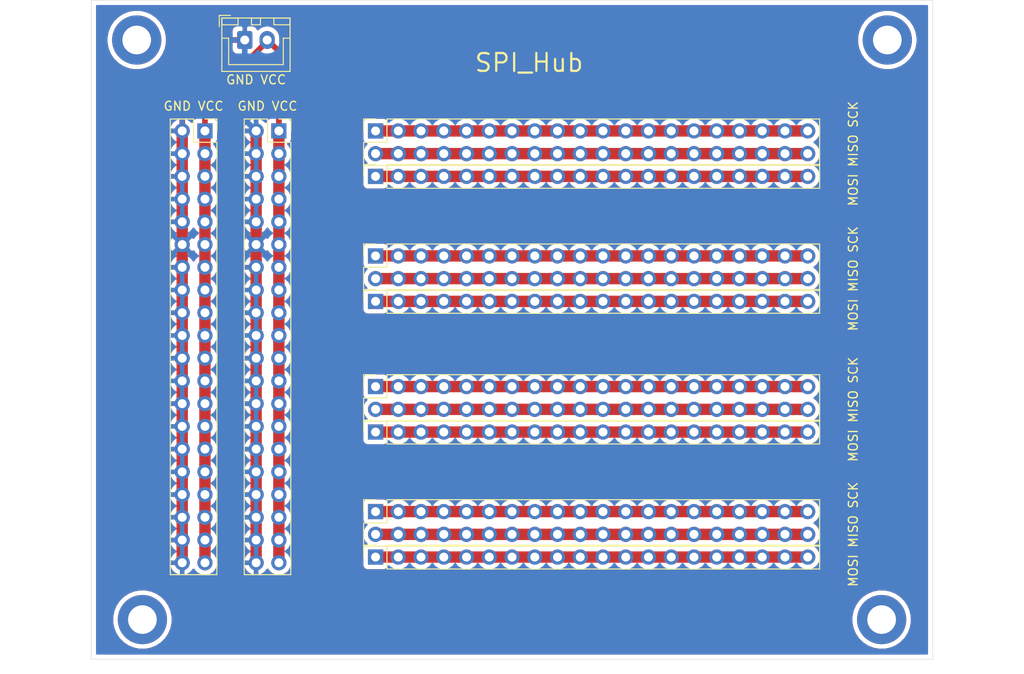
<source format=kicad_pcb>
(kicad_pcb (version 20171130) (host pcbnew "(5.1.2)-2")
  (layers (0 F.Cu signal) (31 B.Cu signal) (34 B.Paste user) (35 F.Paste user) (36 B.SilkS user) (37 F.SilkS user) (38 B.Mask user) (39 F.Mask user) (44 Edge.Cuts user))
  (net 0 "")
  (net 1 /GND)
  (net 2 /VCC)
  (module Connector_PinSocket_2.54mm:PinSocket_1x20_P2.54mm_Vertical (layer F.Cu) (at 137.16 93.98 90)
    (fp_text reference REF** hide)
    (fp_text value PinSocket_1x20_P2.54mm_Vertical)
    (fp_line (start -1.33 1.27) (end 1.33 1.27) (layer F.SilkS) (width 0.12))
    (fp_line (start -1.33 1.27) (end -1.33 49.59) (layer F.SilkS) (width 0.12))
    (fp_line (start -1.33 49.59) (end 1.33 49.59) (layer F.SilkS) (width 0.12))
    (fp_line (start 1.33 1.27) (end 1.33 49.59) (layer F.SilkS) (width 0.12))
    (fp_line (start 1.33 -1.33) (end 1.33 0) (layer F.SilkS) (width 0.12))
    (fp_line (start 0 -1.33) (end 1.33 -1.33) (layer F.SilkS) (width 0.12))
    (pad 1 thru_hole rect (at 0 0 90) (size 1.7 1.7) (drill 1) (layers *.Cu *.Mask))
    (pad 2 thru_hole oval (at 0 2.54 90) (size 1.7 1.7) (drill 1) (layers *.Cu *.Mask))
    (pad 3 thru_hole oval (at 0 5.08 90) (size 1.7 1.7) (drill 1) (layers *.Cu *.Mask))
    (pad 4 thru_hole oval (at 0 7.62 90) (size 1.7 1.7) (drill 1) (layers *.Cu *.Mask))
    (pad 5 thru_hole oval (at 0 10.16 90) (size 1.7 1.7) (drill 1) (layers *.Cu *.Mask))
    (pad 6 thru_hole oval (at 0 12.7 90) (size 1.7 1.7) (drill 1) (layers *.Cu *.Mask))
    (pad 7 thru_hole oval (at 0 15.24 90) (size 1.7 1.7) (drill 1) (layers *.Cu *.Mask))
    (pad 8 thru_hole oval (at 0 17.78 90) (size 1.7 1.7) (drill 1) (layers *.Cu *.Mask))
    (pad 9 thru_hole oval (at 0 20.32 90) (size 1.7 1.7) (drill 1) (layers *.Cu *.Mask))
    (pad 10 thru_hole oval (at 0 22.86 90) (size 1.7 1.7) (drill 1) (layers *.Cu *.Mask))
    (pad 11 thru_hole oval (at 0 25.4 90) (size 1.7 1.7) (drill 1) (layers *.Cu *.Mask))
    (pad 12 thru_hole oval (at 0 27.94 90) (size 1.7 1.7) (drill 1) (layers *.Cu *.Mask))
    (pad 13 thru_hole oval (at 0 30.48 90) (size 1.7 1.7) (drill 1) (layers *.Cu *.Mask))
    (pad 14 thru_hole oval (at 0 33.02 90) (size 1.7 1.7) (drill 1) (layers *.Cu *.Mask))
    (pad 15 thru_hole oval (at 0 35.56 90) (size 1.7 1.7) (drill 1) (layers *.Cu *.Mask))
    (pad 16 thru_hole oval (at 0 38.1 90) (size 1.7 1.7) (drill 1) (layers *.Cu *.Mask))
    (pad 17 thru_hole oval (at 0 40.64 90) (size 1.7 1.7) (drill 1) (layers *.Cu *.Mask))
    (pad 18 thru_hole oval (at 0 43.18 90) (size 1.7 1.7) (drill 1) (layers *.Cu *.Mask))
    (pad 19 thru_hole oval (at 0 45.72 90) (size 1.7 1.7) (drill 1) (layers *.Cu *.Mask))
    (pad 20 thru_hole oval (at 0 48.26 90) (size 1.7 1.7) (drill 1) (layers *.Cu *.Mask))
  )
  (module Connector_PinSocket_2.54mm:PinSocket_2x20_P2.54mm_Vertical (layer F.Cu) (at 137.16 88.9 90)
    (fp_text reference "MOSI MISO SCK" (at -2.54 53.34 90) (layer F.SilkS))
    (fp_text value PinSocket_2x20_P2.54mm_Vertical)
    (fp_line (start 0 -1.33) (end 1.33 -1.33) (layer F.SilkS) (width 0.12))
    (fp_line (start 1.33 -1.33) (end 1.33 0) (layer F.SilkS) (width 0.12))
    (fp_line (start -1.27 -1.33) (end -1.27 1.27) (layer F.SilkS) (width 0.12))
    (fp_line (start -1.27 1.27) (end 1.33 1.27) (layer F.SilkS) (width 0.12))
    (fp_line (start 1.33 1.27) (end 1.33 49.59) (layer F.SilkS) (width 0.12))
    (fp_line (start -3.87 49.59) (end 1.33 49.59) (layer F.SilkS) (width 0.12))
    (fp_line (start -3.87 -1.33) (end -3.87 49.59) (layer F.SilkS) (width 0.12))
    (fp_line (start -3.87 -1.33) (end -1.27 -1.33) (layer F.SilkS) (width 0.12))
    (pad 40 thru_hole oval (at -2.54 48.26 90) (size 1.7 1.7) (drill 1) (layers *.Cu *.Mask))
    (pad 39 thru_hole oval (at 0 48.26 90) (size 1.7 1.7) (drill 1) (layers *.Cu *.Mask))
    (pad 38 thru_hole oval (at -2.54 45.72 90) (size 1.7 1.7) (drill 1) (layers *.Cu *.Mask))
    (pad 37 thru_hole oval (at 0 45.72 90) (size 1.7 1.7) (drill 1) (layers *.Cu *.Mask))
    (pad 36 thru_hole oval (at -2.54 43.18 90) (size 1.7 1.7) (drill 1) (layers *.Cu *.Mask))
    (pad 35 thru_hole oval (at 0 43.18 90) (size 1.7 1.7) (drill 1) (layers *.Cu *.Mask))
    (pad 34 thru_hole oval (at -2.54 40.64 90) (size 1.7 1.7) (drill 1) (layers *.Cu *.Mask))
    (pad 33 thru_hole oval (at 0 40.64 90) (size 1.7 1.7) (drill 1) (layers *.Cu *.Mask))
    (pad 32 thru_hole oval (at -2.54 38.1 90) (size 1.7 1.7) (drill 1) (layers *.Cu *.Mask))
    (pad 31 thru_hole oval (at 0 38.1 90) (size 1.7 1.7) (drill 1) (layers *.Cu *.Mask))
    (pad 30 thru_hole oval (at -2.54 35.56 90) (size 1.7 1.7) (drill 1) (layers *.Cu *.Mask))
    (pad 29 thru_hole oval (at 0 35.56 90) (size 1.7 1.7) (drill 1) (layers *.Cu *.Mask))
    (pad 28 thru_hole oval (at -2.54 33.02 90) (size 1.7 1.7) (drill 1) (layers *.Cu *.Mask))
    (pad 27 thru_hole oval (at 0 33.02 90) (size 1.7 1.7) (drill 1) (layers *.Cu *.Mask))
    (pad 26 thru_hole oval (at -2.54 30.48 90) (size 1.7 1.7) (drill 1) (layers *.Cu *.Mask))
    (pad 25 thru_hole oval (at 0 30.48 90) (size 1.7 1.7) (drill 1) (layers *.Cu *.Mask))
    (pad 24 thru_hole oval (at -2.54 27.94 90) (size 1.7 1.7) (drill 1) (layers *.Cu *.Mask))
    (pad 23 thru_hole oval (at 0 27.94 90) (size 1.7 1.7) (drill 1) (layers *.Cu *.Mask))
    (pad 22 thru_hole oval (at -2.54 25.4 90) (size 1.7 1.7) (drill 1) (layers *.Cu *.Mask))
    (pad 21 thru_hole oval (at 0 25.4 90) (size 1.7 1.7) (drill 1) (layers *.Cu *.Mask))
    (pad 20 thru_hole oval (at -2.54 22.86 90) (size 1.7 1.7) (drill 1) (layers *.Cu *.Mask))
    (pad 19 thru_hole oval (at 0 22.86 90) (size 1.7 1.7) (drill 1) (layers *.Cu *.Mask))
    (pad 18 thru_hole oval (at -2.54 20.32 90) (size 1.7 1.7) (drill 1) (layers *.Cu *.Mask))
    (pad 17 thru_hole oval (at 0 20.32 90) (size 1.7 1.7) (drill 1) (layers *.Cu *.Mask))
    (pad 16 thru_hole oval (at -2.54 17.78 90) (size 1.7 1.7) (drill 1) (layers *.Cu *.Mask))
    (pad 15 thru_hole oval (at 0 17.78 90) (size 1.7 1.7) (drill 1) (layers *.Cu *.Mask))
    (pad 14 thru_hole oval (at -2.54 15.24 90) (size 1.7 1.7) (drill 1) (layers *.Cu *.Mask))
    (pad 13 thru_hole oval (at 0 15.24 90) (size 1.7 1.7) (drill 1) (layers *.Cu *.Mask))
    (pad 12 thru_hole circle (at -2.54 12.7 90) (size 1.7 1.7) (drill 1) (layers *.Cu *.Mask))
    (pad 11 thru_hole oval (at 0 12.7 90) (size 1.7 1.7) (drill 1) (layers *.Cu *.Mask))
    (pad 10 thru_hole oval (at -2.54 10.16 90) (size 1.7 1.7) (drill 1) (layers *.Cu *.Mask))
    (pad 9 thru_hole oval (at 0 10.16 90) (size 1.7 1.7) (drill 1) (layers *.Cu *.Mask))
    (pad 8 thru_hole oval (at -2.54 7.62 90) (size 1.7 1.7) (drill 1) (layers *.Cu *.Mask))
    (pad 7 thru_hole oval (at 0 7.62 90) (size 1.7 1.7) (drill 1) (layers *.Cu *.Mask))
    (pad 6 thru_hole oval (at -2.54 5.08 90) (size 1.7 1.7) (drill 1) (layers *.Cu *.Mask))
    (pad 5 thru_hole oval (at 0 5.08 90) (size 1.7 1.7) (drill 1) (layers *.Cu *.Mask))
    (pad 4 thru_hole oval (at -2.54 2.54 90) (size 1.7 1.7) (drill 1) (layers *.Cu *.Mask))
    (pad 3 thru_hole oval (at 0 2.54 90) (size 1.7 1.7) (drill 1) (layers *.Cu *.Mask))
    (pad 2 thru_hole oval (at -2.54 0 90) (size 1.7 1.7) (drill 1) (layers *.Cu *.Mask))
    (pad 1 thru_hole rect (at 0 0 90) (size 1.7 1.7) (drill 1) (layers *.Cu *.Mask))
  )
  (module Connector_PinSocket_2.54mm:PinSocket_1x20_P2.54mm_Vertical (layer F.Cu) (at 137.16 107.95 90)
    (fp_text reference REF** hide)
    (fp_text value PinSocket_1x20_P2.54mm_Vertical)
    (fp_line (start -1.33 1.27) (end 1.33 1.27) (layer F.SilkS) (width 0.12))
    (fp_line (start -1.33 1.27) (end -1.33 49.59) (layer F.SilkS) (width 0.12))
    (fp_line (start -1.33 49.59) (end 1.33 49.59) (layer F.SilkS) (width 0.12))
    (fp_line (start 1.33 1.27) (end 1.33 49.59) (layer F.SilkS) (width 0.12))
    (fp_line (start 1.33 -1.33) (end 1.33 0) (layer F.SilkS) (width 0.12))
    (fp_line (start 0 -1.33) (end 1.33 -1.33) (layer F.SilkS) (width 0.12))
    (pad 1 thru_hole rect (at 0 0 90) (size 1.7 1.7) (drill 1) (layers *.Cu *.Mask))
    (pad 2 thru_hole oval (at 0 2.54 90) (size 1.7 1.7) (drill 1) (layers *.Cu *.Mask))
    (pad 3 thru_hole oval (at 0 5.08 90) (size 1.7 1.7) (drill 1) (layers *.Cu *.Mask))
    (pad 4 thru_hole oval (at 0 7.62 90) (size 1.7 1.7) (drill 1) (layers *.Cu *.Mask))
    (pad 5 thru_hole oval (at 0 10.16 90) (size 1.7 1.7) (drill 1) (layers *.Cu *.Mask))
    (pad 6 thru_hole oval (at 0 12.7 90) (size 1.7 1.7) (drill 1) (layers *.Cu *.Mask))
    (pad 7 thru_hole oval (at 0 15.24 90) (size 1.7 1.7) (drill 1) (layers *.Cu *.Mask))
    (pad 8 thru_hole oval (at 0 17.78 90) (size 1.7 1.7) (drill 1) (layers *.Cu *.Mask))
    (pad 9 thru_hole oval (at 0 20.32 90) (size 1.7 1.7) (drill 1) (layers *.Cu *.Mask))
    (pad 10 thru_hole oval (at 0 22.86 90) (size 1.7 1.7) (drill 1) (layers *.Cu *.Mask))
    (pad 11 thru_hole oval (at 0 25.4 90) (size 1.7 1.7) (drill 1) (layers *.Cu *.Mask))
    (pad 12 thru_hole oval (at 0 27.94 90) (size 1.7 1.7) (drill 1) (layers *.Cu *.Mask))
    (pad 13 thru_hole oval (at 0 30.48 90) (size 1.7 1.7) (drill 1) (layers *.Cu *.Mask))
    (pad 14 thru_hole oval (at 0 33.02 90) (size 1.7 1.7) (drill 1) (layers *.Cu *.Mask))
    (pad 15 thru_hole oval (at 0 35.56 90) (size 1.7 1.7) (drill 1) (layers *.Cu *.Mask))
    (pad 16 thru_hole oval (at 0 38.1 90) (size 1.7 1.7) (drill 1) (layers *.Cu *.Mask))
    (pad 17 thru_hole oval (at 0 40.64 90) (size 1.7 1.7) (drill 1) (layers *.Cu *.Mask))
    (pad 18 thru_hole oval (at 0 43.18 90) (size 1.7 1.7) (drill 1) (layers *.Cu *.Mask))
    (pad 19 thru_hole oval (at 0 45.72 90) (size 1.7 1.7) (drill 1) (layers *.Cu *.Mask))
    (pad 20 thru_hole oval (at 0 48.26 90) (size 1.7 1.7) (drill 1) (layers *.Cu *.Mask))
  )
  (module Connector_PinSocket_2.54mm:PinSocket_2x20_P2.54mm_Vertical (layer F.Cu) (at 137.16 102.87 90)
    (fp_text reference "MOSI MISO SCK" (at -2.54 53.34 90) (layer F.SilkS))
    (fp_text value PinSocket_2x20_P2.54mm_Vertical)
    (fp_line (start 0 -1.33) (end 1.33 -1.33) (layer F.SilkS) (width 0.12))
    (fp_line (start 1.33 -1.33) (end 1.33 0) (layer F.SilkS) (width 0.12))
    (fp_line (start -1.27 -1.33) (end -1.27 1.27) (layer F.SilkS) (width 0.12))
    (fp_line (start -1.27 1.27) (end 1.33 1.27) (layer F.SilkS) (width 0.12))
    (fp_line (start 1.33 1.27) (end 1.33 49.59) (layer F.SilkS) (width 0.12))
    (fp_line (start -3.87 49.59) (end 1.33 49.59) (layer F.SilkS) (width 0.12))
    (fp_line (start -3.87 -1.33) (end -3.87 49.59) (layer F.SilkS) (width 0.12))
    (fp_line (start -3.87 -1.33) (end -1.27 -1.33) (layer F.SilkS) (width 0.12))
    (pad 40 thru_hole oval (at -2.54 48.26 90) (size 1.7 1.7) (drill 1) (layers *.Cu *.Mask))
    (pad 39 thru_hole oval (at 0 48.26 90) (size 1.7 1.7) (drill 1) (layers *.Cu *.Mask))
    (pad 38 thru_hole oval (at -2.54 45.72 90) (size 1.7 1.7) (drill 1) (layers *.Cu *.Mask))
    (pad 37 thru_hole oval (at 0 45.72 90) (size 1.7 1.7) (drill 1) (layers *.Cu *.Mask))
    (pad 36 thru_hole oval (at -2.54 43.18 90) (size 1.7 1.7) (drill 1) (layers *.Cu *.Mask))
    (pad 35 thru_hole oval (at 0 43.18 90) (size 1.7 1.7) (drill 1) (layers *.Cu *.Mask))
    (pad 34 thru_hole oval (at -2.54 40.64 90) (size 1.7 1.7) (drill 1) (layers *.Cu *.Mask))
    (pad 33 thru_hole oval (at 0 40.64 90) (size 1.7 1.7) (drill 1) (layers *.Cu *.Mask))
    (pad 32 thru_hole oval (at -2.54 38.1 90) (size 1.7 1.7) (drill 1) (layers *.Cu *.Mask))
    (pad 31 thru_hole oval (at 0 38.1 90) (size 1.7 1.7) (drill 1) (layers *.Cu *.Mask))
    (pad 30 thru_hole oval (at -2.54 35.56 90) (size 1.7 1.7) (drill 1) (layers *.Cu *.Mask))
    (pad 29 thru_hole oval (at 0 35.56 90) (size 1.7 1.7) (drill 1) (layers *.Cu *.Mask))
    (pad 28 thru_hole oval (at -2.54 33.02 90) (size 1.7 1.7) (drill 1) (layers *.Cu *.Mask))
    (pad 27 thru_hole oval (at 0 33.02 90) (size 1.7 1.7) (drill 1) (layers *.Cu *.Mask))
    (pad 26 thru_hole oval (at -2.54 30.48 90) (size 1.7 1.7) (drill 1) (layers *.Cu *.Mask))
    (pad 25 thru_hole oval (at 0 30.48 90) (size 1.7 1.7) (drill 1) (layers *.Cu *.Mask))
    (pad 24 thru_hole oval (at -2.54 27.94 90) (size 1.7 1.7) (drill 1) (layers *.Cu *.Mask))
    (pad 23 thru_hole oval (at 0 27.94 90) (size 1.7 1.7) (drill 1) (layers *.Cu *.Mask))
    (pad 22 thru_hole oval (at -2.54 25.4 90) (size 1.7 1.7) (drill 1) (layers *.Cu *.Mask))
    (pad 21 thru_hole oval (at 0 25.4 90) (size 1.7 1.7) (drill 1) (layers *.Cu *.Mask))
    (pad 20 thru_hole oval (at -2.54 22.86 90) (size 1.7 1.7) (drill 1) (layers *.Cu *.Mask))
    (pad 19 thru_hole oval (at 0 22.86 90) (size 1.7 1.7) (drill 1) (layers *.Cu *.Mask))
    (pad 18 thru_hole oval (at -2.54 20.32 90) (size 1.7 1.7) (drill 1) (layers *.Cu *.Mask))
    (pad 17 thru_hole oval (at 0 20.32 90) (size 1.7 1.7) (drill 1) (layers *.Cu *.Mask))
    (pad 16 thru_hole oval (at -2.54 17.78 90) (size 1.7 1.7) (drill 1) (layers *.Cu *.Mask))
    (pad 15 thru_hole oval (at 0 17.78 90) (size 1.7 1.7) (drill 1) (layers *.Cu *.Mask))
    (pad 14 thru_hole oval (at -2.54 15.24 90) (size 1.7 1.7) (drill 1) (layers *.Cu *.Mask))
    (pad 13 thru_hole oval (at 0 15.24 90) (size 1.7 1.7) (drill 1) (layers *.Cu *.Mask))
    (pad 12 thru_hole circle (at -2.54 12.7 90) (size 1.7 1.7) (drill 1) (layers *.Cu *.Mask))
    (pad 11 thru_hole oval (at 0 12.7 90) (size 1.7 1.7) (drill 1) (layers *.Cu *.Mask))
    (pad 10 thru_hole oval (at -2.54 10.16 90) (size 1.7 1.7) (drill 1) (layers *.Cu *.Mask))
    (pad 9 thru_hole oval (at 0 10.16 90) (size 1.7 1.7) (drill 1) (layers *.Cu *.Mask))
    (pad 8 thru_hole oval (at -2.54 7.62 90) (size 1.7 1.7) (drill 1) (layers *.Cu *.Mask))
    (pad 7 thru_hole oval (at 0 7.62 90) (size 1.7 1.7) (drill 1) (layers *.Cu *.Mask))
    (pad 6 thru_hole oval (at -2.54 5.08 90) (size 1.7 1.7) (drill 1) (layers *.Cu *.Mask))
    (pad 5 thru_hole oval (at 0 5.08 90) (size 1.7 1.7) (drill 1) (layers *.Cu *.Mask))
    (pad 4 thru_hole oval (at -2.54 2.54 90) (size 1.7 1.7) (drill 1) (layers *.Cu *.Mask))
    (pad 3 thru_hole oval (at 0 2.54 90) (size 1.7 1.7) (drill 1) (layers *.Cu *.Mask))
    (pad 2 thru_hole oval (at -2.54 0 90) (size 1.7 1.7) (drill 1) (layers *.Cu *.Mask))
    (pad 1 thru_hole rect (at 0 0 90) (size 1.7 1.7) (drill 1) (layers *.Cu *.Mask))
  )
  (module Connector_PinSocket_2.54mm:PinSocket_1x20_P2.54mm_Vertical (layer F.Cu) (at 137.16 122.555 90)
    (fp_text reference REF** hide)
    (fp_text value PinSocket_1x20_P2.54mm_Vertical)
    (fp_line (start -1.33 1.27) (end 1.33 1.27) (layer F.SilkS) (width 0.12))
    (fp_line (start -1.33 1.27) (end -1.33 49.59) (layer F.SilkS) (width 0.12))
    (fp_line (start -1.33 49.59) (end 1.33 49.59) (layer F.SilkS) (width 0.12))
    (fp_line (start 1.33 1.27) (end 1.33 49.59) (layer F.SilkS) (width 0.12))
    (fp_line (start 1.33 -1.33) (end 1.33 0) (layer F.SilkS) (width 0.12))
    (fp_line (start 0 -1.33) (end 1.33 -1.33) (layer F.SilkS) (width 0.12))
    (pad 1 thru_hole rect (at 0 0 90) (size 1.7 1.7) (drill 1) (layers *.Cu *.Mask))
    (pad 2 thru_hole oval (at 0 2.54 90) (size 1.7 1.7) (drill 1) (layers *.Cu *.Mask))
    (pad 3 thru_hole oval (at 0 5.08 90) (size 1.7 1.7) (drill 1) (layers *.Cu *.Mask))
    (pad 4 thru_hole oval (at 0 7.62 90) (size 1.7 1.7) (drill 1) (layers *.Cu *.Mask))
    (pad 5 thru_hole oval (at 0 10.16 90) (size 1.7 1.7) (drill 1) (layers *.Cu *.Mask))
    (pad 6 thru_hole oval (at 0 12.7 90) (size 1.7 1.7) (drill 1) (layers *.Cu *.Mask))
    (pad 7 thru_hole oval (at 0 15.24 90) (size 1.7 1.7) (drill 1) (layers *.Cu *.Mask))
    (pad 8 thru_hole oval (at 0 17.78 90) (size 1.7 1.7) (drill 1) (layers *.Cu *.Mask))
    (pad 9 thru_hole oval (at 0 20.32 90) (size 1.7 1.7) (drill 1) (layers *.Cu *.Mask))
    (pad 10 thru_hole oval (at 0 22.86 90) (size 1.7 1.7) (drill 1) (layers *.Cu *.Mask))
    (pad 11 thru_hole oval (at 0 25.4 90) (size 1.7 1.7) (drill 1) (layers *.Cu *.Mask))
    (pad 12 thru_hole oval (at 0 27.94 90) (size 1.7 1.7) (drill 1) (layers *.Cu *.Mask))
    (pad 13 thru_hole oval (at 0 30.48 90) (size 1.7 1.7) (drill 1) (layers *.Cu *.Mask))
    (pad 14 thru_hole oval (at 0 33.02 90) (size 1.7 1.7) (drill 1) (layers *.Cu *.Mask))
    (pad 15 thru_hole oval (at 0 35.56 90) (size 1.7 1.7) (drill 1) (layers *.Cu *.Mask))
    (pad 16 thru_hole oval (at 0 38.1 90) (size 1.7 1.7) (drill 1) (layers *.Cu *.Mask))
    (pad 17 thru_hole oval (at 0 40.64 90) (size 1.7 1.7) (drill 1) (layers *.Cu *.Mask))
    (pad 18 thru_hole oval (at 0 43.18 90) (size 1.7 1.7) (drill 1) (layers *.Cu *.Mask))
    (pad 19 thru_hole oval (at 0 45.72 90) (size 1.7 1.7) (drill 1) (layers *.Cu *.Mask))
    (pad 20 thru_hole oval (at 0 48.26 90) (size 1.7 1.7) (drill 1) (layers *.Cu *.Mask))
  )
  (module Connector_PinSocket_2.54mm:PinSocket_2x20_P2.54mm_Vertical (layer F.Cu) (at 137.16 117.475 90)
    (fp_text reference "MOSI MISO SCK" (at -2.54 53.34 90) (layer F.SilkS))
    (fp_text value PinSocket_2x20_P2.54mm_Vertical)
    (fp_line (start 0 -1.33) (end 1.33 -1.33) (layer F.SilkS) (width 0.12))
    (fp_line (start 1.33 -1.33) (end 1.33 0) (layer F.SilkS) (width 0.12))
    (fp_line (start -1.27 -1.33) (end -1.27 1.27) (layer F.SilkS) (width 0.12))
    (fp_line (start -1.27 1.27) (end 1.33 1.27) (layer F.SilkS) (width 0.12))
    (fp_line (start 1.33 1.27) (end 1.33 49.59) (layer F.SilkS) (width 0.12))
    (fp_line (start -3.87 49.59) (end 1.33 49.59) (layer F.SilkS) (width 0.12))
    (fp_line (start -3.87 -1.33) (end -3.87 49.59) (layer F.SilkS) (width 0.12))
    (fp_line (start -3.87 -1.33) (end -1.27 -1.33) (layer F.SilkS) (width 0.12))
    (pad 40 thru_hole oval (at -2.54 48.26 90) (size 1.7 1.7) (drill 1) (layers *.Cu *.Mask))
    (pad 39 thru_hole oval (at 0 48.26 90) (size 1.7 1.7) (drill 1) (layers *.Cu *.Mask))
    (pad 38 thru_hole oval (at -2.54 45.72 90) (size 1.7 1.7) (drill 1) (layers *.Cu *.Mask))
    (pad 37 thru_hole oval (at 0 45.72 90) (size 1.7 1.7) (drill 1) (layers *.Cu *.Mask))
    (pad 36 thru_hole oval (at -2.54 43.18 90) (size 1.7 1.7) (drill 1) (layers *.Cu *.Mask))
    (pad 35 thru_hole oval (at 0 43.18 90) (size 1.7 1.7) (drill 1) (layers *.Cu *.Mask))
    (pad 34 thru_hole oval (at -2.54 40.64 90) (size 1.7 1.7) (drill 1) (layers *.Cu *.Mask))
    (pad 33 thru_hole oval (at 0 40.64 90) (size 1.7 1.7) (drill 1) (layers *.Cu *.Mask))
    (pad 32 thru_hole oval (at -2.54 38.1 90) (size 1.7 1.7) (drill 1) (layers *.Cu *.Mask))
    (pad 31 thru_hole oval (at 0 38.1 90) (size 1.7 1.7) (drill 1) (layers *.Cu *.Mask))
    (pad 30 thru_hole oval (at -2.54 35.56 90) (size 1.7 1.7) (drill 1) (layers *.Cu *.Mask))
    (pad 29 thru_hole oval (at 0 35.56 90) (size 1.7 1.7) (drill 1) (layers *.Cu *.Mask))
    (pad 28 thru_hole oval (at -2.54 33.02 90) (size 1.7 1.7) (drill 1) (layers *.Cu *.Mask))
    (pad 27 thru_hole oval (at 0 33.02 90) (size 1.7 1.7) (drill 1) (layers *.Cu *.Mask))
    (pad 26 thru_hole oval (at -2.54 30.48 90) (size 1.7 1.7) (drill 1) (layers *.Cu *.Mask))
    (pad 25 thru_hole oval (at 0 30.48 90) (size 1.7 1.7) (drill 1) (layers *.Cu *.Mask))
    (pad 24 thru_hole oval (at -2.54 27.94 90) (size 1.7 1.7) (drill 1) (layers *.Cu *.Mask))
    (pad 23 thru_hole oval (at 0 27.94 90) (size 1.7 1.7) (drill 1) (layers *.Cu *.Mask))
    (pad 22 thru_hole oval (at -2.54 25.4 90) (size 1.7 1.7) (drill 1) (layers *.Cu *.Mask))
    (pad 21 thru_hole oval (at 0 25.4 90) (size 1.7 1.7) (drill 1) (layers *.Cu *.Mask))
    (pad 20 thru_hole oval (at -2.54 22.86 90) (size 1.7 1.7) (drill 1) (layers *.Cu *.Mask))
    (pad 19 thru_hole oval (at 0 22.86 90) (size 1.7 1.7) (drill 1) (layers *.Cu *.Mask))
    (pad 18 thru_hole oval (at -2.54 20.32 90) (size 1.7 1.7) (drill 1) (layers *.Cu *.Mask))
    (pad 17 thru_hole oval (at 0 20.32 90) (size 1.7 1.7) (drill 1) (layers *.Cu *.Mask))
    (pad 16 thru_hole oval (at -2.54 17.78 90) (size 1.7 1.7) (drill 1) (layers *.Cu *.Mask))
    (pad 15 thru_hole oval (at 0 17.78 90) (size 1.7 1.7) (drill 1) (layers *.Cu *.Mask))
    (pad 14 thru_hole oval (at -2.54 15.24 90) (size 1.7 1.7) (drill 1) (layers *.Cu *.Mask))
    (pad 13 thru_hole oval (at 0 15.24 90) (size 1.7 1.7) (drill 1) (layers *.Cu *.Mask))
    (pad 12 thru_hole circle (at -2.54 12.7 90) (size 1.7 1.7) (drill 1) (layers *.Cu *.Mask))
    (pad 11 thru_hole oval (at 0 12.7 90) (size 1.7 1.7) (drill 1) (layers *.Cu *.Mask))
    (pad 10 thru_hole oval (at -2.54 10.16 90) (size 1.7 1.7) (drill 1) (layers *.Cu *.Mask))
    (pad 9 thru_hole oval (at 0 10.16 90) (size 1.7 1.7) (drill 1) (layers *.Cu *.Mask))
    (pad 8 thru_hole oval (at -2.54 7.62 90) (size 1.7 1.7) (drill 1) (layers *.Cu *.Mask))
    (pad 7 thru_hole oval (at 0 7.62 90) (size 1.7 1.7) (drill 1) (layers *.Cu *.Mask))
    (pad 6 thru_hole oval (at -2.54 5.08 90) (size 1.7 1.7) (drill 1) (layers *.Cu *.Mask))
    (pad 5 thru_hole oval (at 0 5.08 90) (size 1.7 1.7) (drill 1) (layers *.Cu *.Mask))
    (pad 4 thru_hole oval (at -2.54 2.54 90) (size 1.7 1.7) (drill 1) (layers *.Cu *.Mask))
    (pad 3 thru_hole oval (at 0 2.54 90) (size 1.7 1.7) (drill 1) (layers *.Cu *.Mask))
    (pad 2 thru_hole oval (at -2.54 0 90) (size 1.7 1.7) (drill 1) (layers *.Cu *.Mask))
    (pad 1 thru_hole rect (at 0 0 90) (size 1.7 1.7) (drill 1) (layers *.Cu *.Mask))
  )
  (module Connector_PinSocket_2.54mm:PinSocket_1x20_P2.54mm_Vertical (layer F.Cu) (at 137.16 136.525 90)
    (fp_text reference REF** hide)
    (fp_text value PinSocket_1x20_P2.54mm_Vertical)
    (fp_line (start 0 -1.33) (end 1.33 -1.33) (layer F.SilkS) (width 0.12))
    (fp_line (start 1.33 -1.33) (end 1.33 0) (layer F.SilkS) (width 0.12))
    (fp_line (start 1.33 1.27) (end 1.33 49.59) (layer F.SilkS) (width 0.12))
    (fp_line (start -1.33 49.59) (end 1.33 49.59) (layer F.SilkS) (width 0.12))
    (fp_line (start -1.33 1.27) (end -1.33 49.59) (layer F.SilkS) (width 0.12))
    (fp_line (start -1.33 1.27) (end 1.33 1.27) (layer F.SilkS) (width 0.12))
    (pad 20 thru_hole oval (at 0 48.26 90) (size 1.7 1.7) (drill 1) (layers *.Cu *.Mask))
    (pad 19 thru_hole oval (at 0 45.72 90) (size 1.7 1.7) (drill 1) (layers *.Cu *.Mask))
    (pad 18 thru_hole oval (at 0 43.18 90) (size 1.7 1.7) (drill 1) (layers *.Cu *.Mask))
    (pad 17 thru_hole oval (at 0 40.64 90) (size 1.7 1.7) (drill 1) (layers *.Cu *.Mask))
    (pad 16 thru_hole oval (at 0 38.1 90) (size 1.7 1.7) (drill 1) (layers *.Cu *.Mask))
    (pad 15 thru_hole oval (at 0 35.56 90) (size 1.7 1.7) (drill 1) (layers *.Cu *.Mask))
    (pad 14 thru_hole oval (at 0 33.02 90) (size 1.7 1.7) (drill 1) (layers *.Cu *.Mask))
    (pad 13 thru_hole oval (at 0 30.48 90) (size 1.7 1.7) (drill 1) (layers *.Cu *.Mask))
    (pad 12 thru_hole oval (at 0 27.94 90) (size 1.7 1.7) (drill 1) (layers *.Cu *.Mask))
    (pad 11 thru_hole oval (at 0 25.4 90) (size 1.7 1.7) (drill 1) (layers *.Cu *.Mask))
    (pad 10 thru_hole oval (at 0 22.86 90) (size 1.7 1.7) (drill 1) (layers *.Cu *.Mask))
    (pad 9 thru_hole oval (at 0 20.32 90) (size 1.7 1.7) (drill 1) (layers *.Cu *.Mask))
    (pad 8 thru_hole oval (at 0 17.78 90) (size 1.7 1.7) (drill 1) (layers *.Cu *.Mask))
    (pad 7 thru_hole oval (at 0 15.24 90) (size 1.7 1.7) (drill 1) (layers *.Cu *.Mask))
    (pad 6 thru_hole oval (at 0 12.7 90) (size 1.7 1.7) (drill 1) (layers *.Cu *.Mask))
    (pad 5 thru_hole oval (at 0 10.16 90) (size 1.7 1.7) (drill 1) (layers *.Cu *.Mask))
    (pad 4 thru_hole oval (at 0 7.62 90) (size 1.7 1.7) (drill 1) (layers *.Cu *.Mask))
    (pad 3 thru_hole oval (at 0 5.08 90) (size 1.7 1.7) (drill 1) (layers *.Cu *.Mask))
    (pad 2 thru_hole oval (at 0 2.54 90) (size 1.7 1.7) (drill 1) (layers *.Cu *.Mask))
    (pad 1 thru_hole rect (at 0 0 90) (size 1.7 1.7) (drill 1) (layers *.Cu *.Mask))
  )
  (module Connector_PinSocket_2.54mm:PinSocket_2x20_P2.54mm_Vertical (layer F.Cu) (at 137.16 131.445 90)
    (fp_text reference "MOSI MISO SCK" (at -2.54 53.34 90) (layer F.SilkS))
    (fp_text value PinSocket_2x20_P2.54mm_Vertical)
    (fp_line (start -3.87 -1.33) (end -1.27 -1.33) (layer F.SilkS) (width 0.12))
    (fp_line (start -3.87 -1.33) (end -3.87 49.59) (layer F.SilkS) (width 0.12))
    (fp_line (start -3.87 49.59) (end 1.33 49.59) (layer F.SilkS) (width 0.12))
    (fp_line (start 1.33 1.27) (end 1.33 49.59) (layer F.SilkS) (width 0.12))
    (fp_line (start -1.27 1.27) (end 1.33 1.27) (layer F.SilkS) (width 0.12))
    (fp_line (start -1.27 -1.33) (end -1.27 1.27) (layer F.SilkS) (width 0.12))
    (fp_line (start 1.33 -1.33) (end 1.33 0) (layer F.SilkS) (width 0.12))
    (fp_line (start 0 -1.33) (end 1.33 -1.33) (layer F.SilkS) (width 0.12))
    (pad 1 thru_hole rect (at 0 0 90) (size 1.7 1.7) (drill 1) (layers *.Cu *.Mask))
    (pad 2 thru_hole oval (at -2.54 0 90) (size 1.7 1.7) (drill 1) (layers *.Cu *.Mask))
    (pad 3 thru_hole oval (at 0 2.54 90) (size 1.7 1.7) (drill 1) (layers *.Cu *.Mask))
    (pad 4 thru_hole oval (at -2.54 2.54 90) (size 1.7 1.7) (drill 1) (layers *.Cu *.Mask))
    (pad 5 thru_hole oval (at 0 5.08 90) (size 1.7 1.7) (drill 1) (layers *.Cu *.Mask))
    (pad 6 thru_hole oval (at -2.54 5.08 90) (size 1.7 1.7) (drill 1) (layers *.Cu *.Mask))
    (pad 7 thru_hole oval (at 0 7.62 90) (size 1.7 1.7) (drill 1) (layers *.Cu *.Mask))
    (pad 8 thru_hole oval (at -2.54 7.62 90) (size 1.7 1.7) (drill 1) (layers *.Cu *.Mask))
    (pad 9 thru_hole oval (at 0 10.16 90) (size 1.7 1.7) (drill 1) (layers *.Cu *.Mask))
    (pad 10 thru_hole oval (at -2.54 10.16 90) (size 1.7 1.7) (drill 1) (layers *.Cu *.Mask))
    (pad 11 thru_hole oval (at 0 12.7 90) (size 1.7 1.7) (drill 1) (layers *.Cu *.Mask))
    (pad 12 thru_hole circle (at -2.54 12.7 90) (size 1.7 1.7) (drill 1) (layers *.Cu *.Mask))
    (pad 13 thru_hole oval (at 0 15.24 90) (size 1.7 1.7) (drill 1) (layers *.Cu *.Mask))
    (pad 14 thru_hole oval (at -2.54 15.24 90) (size 1.7 1.7) (drill 1) (layers *.Cu *.Mask))
    (pad 15 thru_hole oval (at 0 17.78 90) (size 1.7 1.7) (drill 1) (layers *.Cu *.Mask))
    (pad 16 thru_hole oval (at -2.54 17.78 90) (size 1.7 1.7) (drill 1) (layers *.Cu *.Mask))
    (pad 17 thru_hole oval (at 0 20.32 90) (size 1.7 1.7) (drill 1) (layers *.Cu *.Mask))
    (pad 18 thru_hole oval (at -2.54 20.32 90) (size 1.7 1.7) (drill 1) (layers *.Cu *.Mask))
    (pad 19 thru_hole oval (at 0 22.86 90) (size 1.7 1.7) (drill 1) (layers *.Cu *.Mask))
    (pad 20 thru_hole oval (at -2.54 22.86 90) (size 1.7 1.7) (drill 1) (layers *.Cu *.Mask))
    (pad 21 thru_hole oval (at 0 25.4 90) (size 1.7 1.7) (drill 1) (layers *.Cu *.Mask))
    (pad 22 thru_hole oval (at -2.54 25.4 90) (size 1.7 1.7) (drill 1) (layers *.Cu *.Mask))
    (pad 23 thru_hole oval (at 0 27.94 90) (size 1.7 1.7) (drill 1) (layers *.Cu *.Mask))
    (pad 24 thru_hole oval (at -2.54 27.94 90) (size 1.7 1.7) (drill 1) (layers *.Cu *.Mask))
    (pad 25 thru_hole oval (at 0 30.48 90) (size 1.7 1.7) (drill 1) (layers *.Cu *.Mask))
    (pad 26 thru_hole oval (at -2.54 30.48 90) (size 1.7 1.7) (drill 1) (layers *.Cu *.Mask))
    (pad 27 thru_hole oval (at 0 33.02 90) (size 1.7 1.7) (drill 1) (layers *.Cu *.Mask))
    (pad 28 thru_hole oval (at -2.54 33.02 90) (size 1.7 1.7) (drill 1) (layers *.Cu *.Mask))
    (pad 29 thru_hole oval (at 0 35.56 90) (size 1.7 1.7) (drill 1) (layers *.Cu *.Mask))
    (pad 30 thru_hole oval (at -2.54 35.56 90) (size 1.7 1.7) (drill 1) (layers *.Cu *.Mask))
    (pad 31 thru_hole oval (at 0 38.1 90) (size 1.7 1.7) (drill 1) (layers *.Cu *.Mask))
    (pad 32 thru_hole oval (at -2.54 38.1 90) (size 1.7 1.7) (drill 1) (layers *.Cu *.Mask))
    (pad 33 thru_hole oval (at 0 40.64 90) (size 1.7 1.7) (drill 1) (layers *.Cu *.Mask))
    (pad 34 thru_hole oval (at -2.54 40.64 90) (size 1.7 1.7) (drill 1) (layers *.Cu *.Mask))
    (pad 35 thru_hole oval (at 0 43.18 90) (size 1.7 1.7) (drill 1) (layers *.Cu *.Mask))
    (pad 36 thru_hole oval (at -2.54 43.18 90) (size 1.7 1.7) (drill 1) (layers *.Cu *.Mask))
    (pad 37 thru_hole oval (at 0 45.72 90) (size 1.7 1.7) (drill 1) (layers *.Cu *.Mask))
    (pad 38 thru_hole oval (at -2.54 45.72 90) (size 1.7 1.7) (drill 1) (layers *.Cu *.Mask))
    (pad 39 thru_hole oval (at 0 48.26 90) (size 1.7 1.7) (drill 1) (layers *.Cu *.Mask))
    (pad 40 thru_hole oval (at -2.54 48.26 90) (size 1.7 1.7) (drill 1) (layers *.Cu *.Mask))
  )
  (module MountingHole:MountingHole_3.2mm_M3_ISO14580_Pad (layer F.Cu) (at 111.125 143.51)
    (fp_text reference REF** hide)
    (fp_text value MountingHole_3.2mm_M3_ISO14580_Pad)
    (pad 1 thru_hole circle (at 0 0) (size 5.5 5.5) (drill 3.2) (layers *.Cu *.Mask))
  )
  (module MountingHole:MountingHole_3.2mm_M3_ISO14580_Pad (layer F.Cu) (at 193.675 143.51)
    (fp_text reference REF** hide)
    (fp_text value MountingHole_3.2mm_M3_ISO14580_Pad)
    (pad 1 thru_hole circle (at 0 0) (size 5.5 5.5) (drill 3.2) (layers *.Cu *.Mask))
  )
  (module MountingHole:MountingHole_3.2mm_M3_ISO14580_Pad (layer F.Cu) (at 194.31 78.74)
    (fp_text reference REF** hide)
    (fp_text value MountingHole_3.2mm_M3_ISO14580_Pad)
    (pad 1 thru_hole circle (at 0 0) (size 5.5 5.5) (drill 3.2) (layers *.Cu *.Mask))
  )
  (module MountingHole:MountingHole_3.2mm_M3_ISO14580_Pad (layer F.Cu) (at 110.49 78.74)
    (fp_text reference REF** hide)
    (fp_text value MountingHole_3.2mm_M3_ISO14580_Pad)
    (pad 1 thru_hole circle (at 0 0) (size 5.5 5.5) (drill 3.2) (layers *.Cu *.Mask))
  )
  (module Connector_JST:JST_XH_B2B-XH-A_1x02_P2.50mm_Vertical (layer F.Cu) (at 122.555 78.74)
    (fp_text reference "GND VCC" (at 1.27 4.445) (layer F.SilkS))
    (fp_text value JST_XH_B2B-XH-A_1x02_P2.50mm_Vertical)
    (fp_line (start -2.85 -2.75) (end -2.85 -1.5) (layer F.SilkS) (width 0.12))
    (fp_line (start -1.6 -2.75) (end -2.85 -2.75) (layer F.SilkS) (width 0.12))
    (fp_line (start 4.3 2.75) (end 1.25 2.75) (layer F.SilkS) (width 0.12))
    (fp_line (start 4.3 -0.2) (end 4.3 2.75) (layer F.SilkS) (width 0.12))
    (fp_line (start 5.05 -0.2) (end 4.3 -0.2) (layer F.SilkS) (width 0.12))
    (fp_line (start -1.8 2.75) (end 1.25 2.75) (layer F.SilkS) (width 0.12))
    (fp_line (start -1.8 -0.2) (end -1.8 2.75) (layer F.SilkS) (width 0.12))
    (fp_line (start -2.55 -0.2) (end -1.8 -0.2) (layer F.SilkS) (width 0.12))
    (fp_line (start 5.05 -2.45) (end 3.25 -2.45) (layer F.SilkS) (width 0.12))
    (fp_line (start 5.05 -1.7) (end 5.05 -2.45) (layer F.SilkS) (width 0.12))
    (fp_line (start 3.25 -1.7) (end 5.05 -1.7) (layer F.SilkS) (width 0.12))
    (fp_line (start 3.25 -2.45) (end 3.25 -1.7) (layer F.SilkS) (width 0.12))
    (fp_line (start -0.75 -2.45) (end -2.55 -2.45) (layer F.SilkS) (width 0.12))
    (fp_line (start -0.75 -1.7) (end -0.75 -2.45) (layer F.SilkS) (width 0.12))
    (fp_line (start -2.55 -1.7) (end -0.75 -1.7) (layer F.SilkS) (width 0.12))
    (fp_line (start -2.55 -2.45) (end -2.55 -1.7) (layer F.SilkS) (width 0.12))
    (fp_line (start 1.75 -2.45) (end 0.75 -2.45) (layer F.SilkS) (width 0.12))
    (fp_line (start 1.75 -1.7) (end 1.75 -2.45) (layer F.SilkS) (width 0.12))
    (fp_line (start 0.75 -1.7) (end 1.75 -1.7) (layer F.SilkS) (width 0.12))
    (fp_line (start 0.75 -2.45) (end 0.75 -1.7) (layer F.SilkS) (width 0.12))
    (fp_line (start 5.06 -2.46) (end -2.56 -2.46) (layer F.SilkS) (width 0.12))
    (fp_line (start 5.06 3.51) (end 5.06 -2.46) (layer F.SilkS) (width 0.12))
    (fp_line (start -2.56 3.51) (end 5.06 3.51) (layer F.SilkS) (width 0.12))
    (fp_line (start -2.56 -2.46) (end -2.56 3.51) (layer F.SilkS) (width 0.12))
    (pad 2 thru_hole oval (at 2.5 0) (size 1.7 2) (drill 1) (layers *.Cu *.Mask) (net 2 /VCC))
    (pad 1 thru_hole roundrect (at 0 0) (size 1.7 2) (drill 1) (layers *.Cu *.Mask) (roundrect_rratio 0.147) (net 1 /GND))
  )
  (module Connector_PinSocket_2.54mm:PinSocket_2x20_P2.54mm_Vertical (layer F.Cu) (at 126.365 88.9)
    (fp_text reference "GND VCC" (at -1.27 -2.77) (layer F.SilkS))
    (fp_text value PinSocket_2x20_P2.54mm_Vertical)
    (fp_line (start -3.87 -1.33) (end -1.27 -1.33) (layer F.SilkS) (width 0.12))
    (fp_line (start -3.87 -1.33) (end -3.87 49.59) (layer F.SilkS) (width 0.12))
    (fp_line (start -3.87 49.59) (end 1.33 49.59) (layer F.SilkS) (width 0.12))
    (fp_line (start 1.33 1.27) (end 1.33 49.59) (layer F.SilkS) (width 0.12))
    (fp_line (start -1.27 1.27) (end 1.33 1.27) (layer F.SilkS) (width 0.12))
    (fp_line (start -1.27 -1.33) (end -1.27 1.27) (layer F.SilkS) (width 0.12))
    (fp_line (start 1.33 -1.33) (end 1.33 0) (layer F.SilkS) (width 0.12))
    (fp_line (start 0 -1.33) (end 1.33 -1.33) (layer F.SilkS) (width 0.12))
    (pad 1 thru_hole rect (at 0 0) (size 1.7 1.7) (drill 1) (layers *.Cu *.Mask) (net 2 /VCC))
    (pad 2 thru_hole oval (at -2.54 0) (size 1.7 1.7) (drill 1) (layers *.Cu *.Mask) (net 1 /GND))
    (pad 3 thru_hole oval (at 0 2.54) (size 1.7 1.7) (drill 1) (layers *.Cu *.Mask) (net 2 /VCC))
    (pad 4 thru_hole oval (at -2.54 2.54) (size 1.7 1.7) (drill 1) (layers *.Cu *.Mask) (net 1 /GND))
    (pad 5 thru_hole oval (at 0 5.08) (size 1.7 1.7) (drill 1) (layers *.Cu *.Mask) (net 2 /VCC))
    (pad 6 thru_hole oval (at -2.54 5.08) (size 1.7 1.7) (drill 1) (layers *.Cu *.Mask) (net 1 /GND))
    (pad 7 thru_hole oval (at 0 7.62) (size 1.7 1.7) (drill 1) (layers *.Cu *.Mask) (net 2 /VCC))
    (pad 8 thru_hole oval (at -2.54 7.62) (size 1.7 1.7) (drill 1) (layers *.Cu *.Mask) (net 1 /GND))
    (pad 9 thru_hole oval (at 0 10.16) (size 1.7 1.7) (drill 1) (layers *.Cu *.Mask) (net 2 /VCC))
    (pad 10 thru_hole oval (at -2.54 10.16) (size 1.7 1.7) (drill 1) (layers *.Cu *.Mask) (net 1 /GND))
    (pad 11 thru_hole oval (at 0 12.7) (size 1.7 1.7) (drill 1) (layers *.Cu *.Mask) (net 2 /VCC))
    (pad 12 thru_hole circle (at -2.54 12.7) (size 1.7 1.7) (drill 1) (layers *.Cu *.Mask) (net 1 /GND))
    (pad 13 thru_hole oval (at 0 15.24) (size 1.7 1.7) (drill 1) (layers *.Cu *.Mask) (net 2 /VCC))
    (pad 14 thru_hole oval (at -2.54 15.24) (size 1.7 1.7) (drill 1) (layers *.Cu *.Mask) (net 1 /GND))
    (pad 15 thru_hole oval (at 0 17.78) (size 1.7 1.7) (drill 1) (layers *.Cu *.Mask) (net 2 /VCC))
    (pad 16 thru_hole oval (at -2.54 17.78) (size 1.7 1.7) (drill 1) (layers *.Cu *.Mask) (net 1 /GND))
    (pad 17 thru_hole oval (at 0 20.32) (size 1.7 1.7) (drill 1) (layers *.Cu *.Mask) (net 2 /VCC))
    (pad 18 thru_hole oval (at -2.54 20.32) (size 1.7 1.7) (drill 1) (layers *.Cu *.Mask) (net 1 /GND))
    (pad 19 thru_hole oval (at 0 22.86) (size 1.7 1.7) (drill 1) (layers *.Cu *.Mask) (net 2 /VCC))
    (pad 20 thru_hole oval (at -2.54 22.86) (size 1.7 1.7) (drill 1) (layers *.Cu *.Mask) (net 1 /GND))
    (pad 21 thru_hole oval (at 0 25.4) (size 1.7 1.7) (drill 1) (layers *.Cu *.Mask) (net 2 /VCC))
    (pad 22 thru_hole oval (at -2.54 25.4) (size 1.7 1.7) (drill 1) (layers *.Cu *.Mask) (net 1 /GND))
    (pad 23 thru_hole oval (at 0 27.94) (size 1.7 1.7) (drill 1) (layers *.Cu *.Mask) (net 2 /VCC))
    (pad 24 thru_hole oval (at -2.54 27.94) (size 1.7 1.7) (drill 1) (layers *.Cu *.Mask) (net 1 /GND))
    (pad 25 thru_hole oval (at 0 30.48) (size 1.7 1.7) (drill 1) (layers *.Cu *.Mask) (net 2 /VCC))
    (pad 26 thru_hole oval (at -2.54 30.48) (size 1.7 1.7) (drill 1) (layers *.Cu *.Mask) (net 1 /GND))
    (pad 27 thru_hole oval (at 0 33.02) (size 1.7 1.7) (drill 1) (layers *.Cu *.Mask) (net 2 /VCC))
    (pad 28 thru_hole oval (at -2.54 33.02) (size 1.7 1.7) (drill 1) (layers *.Cu *.Mask) (net 1 /GND))
    (pad 29 thru_hole oval (at 0 35.56) (size 1.7 1.7) (drill 1) (layers *.Cu *.Mask) (net 2 /VCC))
    (pad 30 thru_hole oval (at -2.54 35.56) (size 1.7 1.7) (drill 1) (layers *.Cu *.Mask) (net 1 /GND))
    (pad 31 thru_hole oval (at 0 38.1) (size 1.7 1.7) (drill 1) (layers *.Cu *.Mask) (net 2 /VCC))
    (pad 32 thru_hole oval (at -2.54 38.1) (size 1.7 1.7) (drill 1) (layers *.Cu *.Mask) (net 1 /GND))
    (pad 33 thru_hole oval (at 0 40.64) (size 1.7 1.7) (drill 1) (layers *.Cu *.Mask) (net 2 /VCC))
    (pad 34 thru_hole oval (at -2.54 40.64) (size 1.7 1.7) (drill 1) (layers *.Cu *.Mask) (net 1 /GND))
    (pad 35 thru_hole oval (at 0 43.18) (size 1.7 1.7) (drill 1) (layers *.Cu *.Mask) (net 2 /VCC))
    (pad 36 thru_hole oval (at -2.54 43.18) (size 1.7 1.7) (drill 1) (layers *.Cu *.Mask) (net 1 /GND))
    (pad 37 thru_hole oval (at 0 45.72) (size 1.7 1.7) (drill 1) (layers *.Cu *.Mask) (net 2 /VCC))
    (pad 38 thru_hole oval (at -2.54 45.72) (size 1.7 1.7) (drill 1) (layers *.Cu *.Mask) (net 1 /GND))
    (pad 39 thru_hole oval (at 0 48.26) (size 1.7 1.7) (drill 1) (layers *.Cu *.Mask) (net 2 /VCC))
    (pad 40 thru_hole oval (at -2.54 48.26) (size 1.7 1.7) (drill 1) (layers *.Cu *.Mask) (net 1 /GND))
  )
  (module Connector_PinSocket_2.54mm:PinSocket_2x20_P2.54mm_Vertical (layer F.Cu) (at 118.11 88.9)
    (fp_text reference "GND VCC" (at -1.27 -2.77) (layer F.SilkS))
    (fp_text value PinSocket_2x20_P2.54mm_Vertical)
    (fp_line (start 0 -1.33) (end 1.33 -1.33) (layer F.SilkS) (width 0.12))
    (fp_line (start 1.33 -1.33) (end 1.33 0) (layer F.SilkS) (width 0.12))
    (fp_line (start -1.27 -1.33) (end -1.27 1.27) (layer F.SilkS) (width 0.12))
    (fp_line (start -1.27 1.27) (end 1.33 1.27) (layer F.SilkS) (width 0.12))
    (fp_line (start 1.33 1.27) (end 1.33 49.59) (layer F.SilkS) (width 0.12))
    (fp_line (start -3.87 49.59) (end 1.33 49.59) (layer F.SilkS) (width 0.12))
    (fp_line (start -3.87 -1.33) (end -3.87 49.59) (layer F.SilkS) (width 0.12))
    (fp_line (start -3.87 -1.33) (end -1.27 -1.33) (layer F.SilkS) (width 0.12))
    (pad 40 thru_hole oval (at -2.54 48.26) (size 1.7 1.7) (drill 1) (layers *.Cu *.Mask) (net 1 /GND))
    (pad 39 thru_hole oval (at 0 48.26) (size 1.7 1.7) (drill 1) (layers *.Cu *.Mask) (net 2 /VCC))
    (pad 38 thru_hole oval (at -2.54 45.72) (size 1.7 1.7) (drill 1) (layers *.Cu *.Mask) (net 1 /GND))
    (pad 37 thru_hole oval (at 0 45.72) (size 1.7 1.7) (drill 1) (layers *.Cu *.Mask) (net 2 /VCC))
    (pad 36 thru_hole oval (at -2.54 43.18) (size 1.7 1.7) (drill 1) (layers *.Cu *.Mask) (net 1 /GND))
    (pad 35 thru_hole oval (at 0 43.18) (size 1.7 1.7) (drill 1) (layers *.Cu *.Mask) (net 2 /VCC))
    (pad 34 thru_hole oval (at -2.54 40.64) (size 1.7 1.7) (drill 1) (layers *.Cu *.Mask) (net 1 /GND))
    (pad 33 thru_hole oval (at 0 40.64) (size 1.7 1.7) (drill 1) (layers *.Cu *.Mask) (net 2 /VCC))
    (pad 32 thru_hole oval (at -2.54 38.1) (size 1.7 1.7) (drill 1) (layers *.Cu *.Mask) (net 1 /GND))
    (pad 31 thru_hole oval (at 0 38.1) (size 1.7 1.7) (drill 1) (layers *.Cu *.Mask) (net 2 /VCC))
    (pad 30 thru_hole oval (at -2.54 35.56) (size 1.7 1.7) (drill 1) (layers *.Cu *.Mask) (net 1 /GND))
    (pad 29 thru_hole oval (at 0 35.56) (size 1.7 1.7) (drill 1) (layers *.Cu *.Mask) (net 2 /VCC))
    (pad 28 thru_hole oval (at -2.54 33.02) (size 1.7 1.7) (drill 1) (layers *.Cu *.Mask) (net 1 /GND))
    (pad 27 thru_hole oval (at 0 33.02) (size 1.7 1.7) (drill 1) (layers *.Cu *.Mask) (net 2 /VCC))
    (pad 26 thru_hole oval (at -2.54 30.48) (size 1.7 1.7) (drill 1) (layers *.Cu *.Mask) (net 1 /GND))
    (pad 25 thru_hole oval (at 0 30.48) (size 1.7 1.7) (drill 1) (layers *.Cu *.Mask) (net 2 /VCC))
    (pad 24 thru_hole oval (at -2.54 27.94) (size 1.7 1.7) (drill 1) (layers *.Cu *.Mask) (net 1 /GND))
    (pad 23 thru_hole oval (at 0 27.94) (size 1.7 1.7) (drill 1) (layers *.Cu *.Mask) (net 2 /VCC))
    (pad 22 thru_hole oval (at -2.54 25.4) (size 1.7 1.7) (drill 1) (layers *.Cu *.Mask) (net 1 /GND))
    (pad 21 thru_hole oval (at 0 25.4) (size 1.7 1.7) (drill 1) (layers *.Cu *.Mask) (net 2 /VCC))
    (pad 20 thru_hole oval (at -2.54 22.86) (size 1.7 1.7) (drill 1) (layers *.Cu *.Mask) (net 1 /GND))
    (pad 19 thru_hole oval (at 0 22.86) (size 1.7 1.7) (drill 1) (layers *.Cu *.Mask) (net 2 /VCC))
    (pad 18 thru_hole oval (at -2.54 20.32) (size 1.7 1.7) (drill 1) (layers *.Cu *.Mask) (net 1 /GND))
    (pad 17 thru_hole oval (at 0 20.32) (size 1.7 1.7) (drill 1) (layers *.Cu *.Mask) (net 2 /VCC))
    (pad 16 thru_hole oval (at -2.54 17.78) (size 1.7 1.7) (drill 1) (layers *.Cu *.Mask) (net 1 /GND))
    (pad 15 thru_hole oval (at 0 17.78) (size 1.7 1.7) (drill 1) (layers *.Cu *.Mask) (net 2 /VCC))
    (pad 14 thru_hole oval (at -2.54 15.24) (size 1.7 1.7) (drill 1) (layers *.Cu *.Mask) (net 1 /GND))
    (pad 13 thru_hole oval (at 0 15.24) (size 1.7 1.7) (drill 1) (layers *.Cu *.Mask) (net 2 /VCC))
    (pad 12 thru_hole circle (at -2.54 12.7) (size 1.7 1.7) (drill 1) (layers *.Cu *.Mask) (net 1 /GND))
    (pad 11 thru_hole oval (at 0 12.7) (size 1.7 1.7) (drill 1) (layers *.Cu *.Mask) (net 2 /VCC))
    (pad 10 thru_hole oval (at -2.54 10.16) (size 1.7 1.7) (drill 1) (layers *.Cu *.Mask) (net 1 /GND))
    (pad 9 thru_hole oval (at 0 10.16) (size 1.7 1.7) (drill 1) (layers *.Cu *.Mask) (net 2 /VCC))
    (pad 8 thru_hole oval (at -2.54 7.62) (size 1.7 1.7) (drill 1) (layers *.Cu *.Mask) (net 1 /GND))
    (pad 7 thru_hole oval (at 0 7.62) (size 1.7 1.7) (drill 1) (layers *.Cu *.Mask) (net 2 /VCC))
    (pad 6 thru_hole oval (at -2.54 5.08) (size 1.7 1.7) (drill 1) (layers *.Cu *.Mask) (net 1 /GND))
    (pad 5 thru_hole oval (at 0 5.08) (size 1.7 1.7) (drill 1) (layers *.Cu *.Mask) (net 2 /VCC))
    (pad 4 thru_hole oval (at -2.54 2.54) (size 1.7 1.7) (drill 1) (layers *.Cu *.Mask) (net 1 /GND))
    (pad 3 thru_hole oval (at 0 2.54) (size 1.7 1.7) (drill 1) (layers *.Cu *.Mask) (net 2 /VCC))
    (pad 2 thru_hole oval (at -2.54 0) (size 1.7 1.7) (drill 1) (layers *.Cu *.Mask) (net 1 /GND))
    (pad 1 thru_hole rect (at 0 0) (size 1.7 1.7) (drill 1) (layers *.Cu *.Mask) (net 2 /VCC))
  )
  (gr_text SPI_Hub (at 154.305 81.28) (layer F.SilkS) (effects (font (size 2 2) (thickness 0.25))))
  (gr_line (start 105.41 74.295) (end 150.495 74.295) (layer Edge.Cuts) (width 0.05))
  (gr_line (start 105.41 147.955) (end 105.41 74.295) (layer Edge.Cuts) (width 0.05))
  (gr_line (start 199.39 147.955) (end 105.41 147.955) (layer Edge.Cuts) (width 0.05))
  (gr_line (start 199.39 74.295) (end 199.39 147.955) (layer Edge.Cuts) (width 0.05))
  (gr_line (start 150.495 74.295) (end 199.39 74.295) (layer Edge.Cuts) (width 0.05))
  (segment (start 185.42 133.985) (end 137.16 133.985) (width 0.635) (layer F.Cu) (net 0))
  (segment (start 137.16 88.9) (end 185.42 88.9) (width 1.27) (layer F.Cu) (net 0))
  (segment (start 137.16 91.44) (end 185.42 91.44) (width 1.27) (layer F.Cu) (net 0))
  (segment (start 137.16 93.98) (end 185.42 93.98) (width 1.27) (layer F.Cu) (net 0))
  (segment (start 137.16 102.87) (end 185.42 102.87) (width 1.27) (layer F.Cu) (net 0))
  (segment (start 185.42 105.41) (end 137.16 105.41) (width 1.27) (layer F.Cu) (net 0))
  (segment (start 137.16 107.95) (end 185.42 107.95) (width 1.27) (layer F.Cu) (net 0))
  (segment (start 185.42 117.475) (end 137.16 117.475) (width 1.27) (layer F.Cu) (net 0))
  (segment (start 137.16 120.015) (end 185.42 120.015) (width 1.27) (layer F.Cu) (net 0))
  (segment (start 185.42 122.555) (end 137.16 122.555) (width 1.27) (layer F.Cu) (net 0))
  (segment (start 137.16 131.445) (end 185.42 131.445) (width 1.27) (layer F.Cu) (net 0))
  (segment (start 144.78 133.985) (end 137.16 133.985) (width 1.27) (layer F.Cu) (net 0))
  (segment (start 185.42 133.985) (end 144.78 133.985) (width 1.27) (layer F.Cu) (net 0))
  (segment (start 137.16 136.525) (end 185.42 136.525) (width 1.27) (layer F.Cu) (net 0))
  (segment (start 123.825 88.9) (end 123.825 91.44) (width 0.635) (layer F.Cu) (net 1))
  (segment (start 123.825 91.44) (end 123.825 137.16) (width 0.635) (layer F.Cu) (net 1))
  (segment (start 122.555 78.74) (end 120.65 78.74) (width 0.635) (layer F.Cu) (net 1))
  (segment (start 115.57 83.82) (end 115.57 88.9) (width 0.635) (layer F.Cu) (net 1))
  (segment (start 120.65 78.74) (end 115.57 83.82) (width 0.635) (layer F.Cu) (net 1))
  (segment (start 122.555 87.63) (end 123.825 88.9) (width 0.635) (layer B.Cu) (net 1))
  (segment (start 122.555 78.74) (end 122.555 87.63) (width 0.635) (layer B.Cu) (net 1))
  (segment (start 115.57 88.9) (end 115.57 137.16) (width 1.27) (layer F.Cu) (net 1))
  (segment (start 123.825 88.9) (end 123.825 137.16) (width 1.27) (layer F.Cu) (net 1))
  (segment (start 118.11 85.835) (end 118.11 88.9) (width 0.635) (layer F.Cu) (net 2))
  (segment (start 125.055 78.74) (end 125.055 78.89) (width 0.635) (layer F.Cu) (net 2))
  (segment (start 125.055 78.89) (end 118.11 85.835) (width 0.635) (layer F.Cu) (net 2))
  (segment (start 125.055 78.74) (end 125.095 78.74) (width 0.635) (layer F.Cu) (net 2))
  (segment (start 126.365 80.01) (end 126.365 88.9) (width 0.635) (layer F.Cu) (net 2))
  (segment (start 125.095 78.74) (end 126.365 80.01) (width 0.635) (layer F.Cu) (net 2))
  (segment (start 118.11 96.473802) (end 118.11 137.16) (width 1.27) (layer F.Cu) (net 2))
  (segment (start 118.11 88.9) (end 118.11 96.473802) (width 1.27) (layer F.Cu) (net 2))
  (segment (start 126.365 88.9) (end 126.365 137.16) (width 1.27) (layer F.Cu) (net 2))
  (zone (net 1) (net_name /GND) (layer F.Cu) (connect_pads (clearance 0.508)) (min_thickness 0.254) (fill yes (arc_segments 32) (thermal_gap 0.508) (thermal_bridge_width 0.508))
    (polygon (pts (xy 105.41 74.295) (xy 105.41 147.955) (xy 199.39 147.955) (xy 199.39 74.295)))
  )
  (zone (net 1) (net_name /GND) (layer B.Cu) (connect_pads (clearance 0.508)) (min_thickness 0.254) (fill yes (arc_segments 32) (thermal_gap 0.508) (thermal_bridge_width 0.508))
    (polygon (pts (xy 105.41 74.295) (xy 105.41 147.955) (xy 199.39 147.955) (xy 199.39 74.295)))
  )
)
</source>
